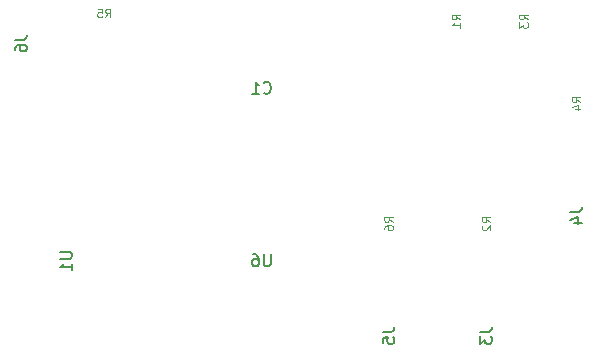
<source format=gbr>
%TF.GenerationSoftware,KiCad,Pcbnew,(6.0.11)*%
%TF.CreationDate,2024-07-28T13:45:38-05:00*%
%TF.ProjectId,iecprinter,69656370-7269-46e7-9465-722e6b696361,rev?*%
%TF.SameCoordinates,Original*%
%TF.FileFunction,Legend,Bot*%
%TF.FilePolarity,Positive*%
%FSLAX46Y46*%
G04 Gerber Fmt 4.6, Leading zero omitted, Abs format (unit mm)*
G04 Created by KiCad (PCBNEW (6.0.11)) date 2024-07-28 13:45:38*
%MOMM*%
%LPD*%
G01*
G04 APERTURE LIST*
%ADD10C,0.108000*%
%ADD11C,0.150000*%
G04 APERTURE END LIST*
D10*
%TO.C,R6*%
X171140714Y-85605000D02*
X170797857Y-85365000D01*
X171140714Y-85193571D02*
X170420714Y-85193571D01*
X170420714Y-85467857D01*
X170455000Y-85536428D01*
X170489285Y-85570714D01*
X170557857Y-85605000D01*
X170660714Y-85605000D01*
X170729285Y-85570714D01*
X170763571Y-85536428D01*
X170797857Y-85467857D01*
X170797857Y-85193571D01*
X170420714Y-86222142D02*
X170420714Y-86085000D01*
X170455000Y-86016428D01*
X170489285Y-85982142D01*
X170592142Y-85913571D01*
X170729285Y-85879285D01*
X171003571Y-85879285D01*
X171072142Y-85913571D01*
X171106428Y-85947857D01*
X171140714Y-86016428D01*
X171140714Y-86153571D01*
X171106428Y-86222142D01*
X171072142Y-86256428D01*
X171003571Y-86290714D01*
X170832142Y-86290714D01*
X170763571Y-86256428D01*
X170729285Y-86222142D01*
X170695000Y-86153571D01*
X170695000Y-86016428D01*
X170729285Y-85947857D01*
X170763571Y-85913571D01*
X170832142Y-85879285D01*
%TO.C,R5*%
X146805000Y-68270714D02*
X147045000Y-67927857D01*
X147216428Y-68270714D02*
X147216428Y-67550714D01*
X146942142Y-67550714D01*
X146873571Y-67585000D01*
X146839285Y-67619285D01*
X146805000Y-67687857D01*
X146805000Y-67790714D01*
X146839285Y-67859285D01*
X146873571Y-67893571D01*
X146942142Y-67927857D01*
X147216428Y-67927857D01*
X146153571Y-67550714D02*
X146496428Y-67550714D01*
X146530714Y-67893571D01*
X146496428Y-67859285D01*
X146427857Y-67825000D01*
X146256428Y-67825000D01*
X146187857Y-67859285D01*
X146153571Y-67893571D01*
X146119285Y-67962142D01*
X146119285Y-68133571D01*
X146153571Y-68202142D01*
X146187857Y-68236428D01*
X146256428Y-68270714D01*
X146427857Y-68270714D01*
X146496428Y-68236428D01*
X146530714Y-68202142D01*
%TO.C,R4*%
X187015714Y-75445000D02*
X186672857Y-75205000D01*
X187015714Y-75033571D02*
X186295714Y-75033571D01*
X186295714Y-75307857D01*
X186330000Y-75376428D01*
X186364285Y-75410714D01*
X186432857Y-75445000D01*
X186535714Y-75445000D01*
X186604285Y-75410714D01*
X186638571Y-75376428D01*
X186672857Y-75307857D01*
X186672857Y-75033571D01*
X186535714Y-76062142D02*
X187015714Y-76062142D01*
X186261428Y-75890714D02*
X186775714Y-75719285D01*
X186775714Y-76165000D01*
D11*
%TO.C,J6*%
X139152380Y-70166666D02*
X139866666Y-70166666D01*
X140009523Y-70119047D01*
X140104761Y-70023809D01*
X140152380Y-69880952D01*
X140152380Y-69785714D01*
X139152380Y-71071428D02*
X139152380Y-70880952D01*
X139200000Y-70785714D01*
X139247619Y-70738095D01*
X139390476Y-70642857D01*
X139580952Y-70595238D01*
X139961904Y-70595238D01*
X140057142Y-70642857D01*
X140104761Y-70690476D01*
X140152380Y-70785714D01*
X140152380Y-70976190D01*
X140104761Y-71071428D01*
X140057142Y-71119047D01*
X139961904Y-71166666D01*
X139723809Y-71166666D01*
X139628571Y-71119047D01*
X139580952Y-71071428D01*
X139533333Y-70976190D01*
X139533333Y-70785714D01*
X139580952Y-70690476D01*
X139628571Y-70642857D01*
X139723809Y-70595238D01*
%TO.C,J5*%
X170267380Y-94911666D02*
X170981666Y-94911666D01*
X171124523Y-94864047D01*
X171219761Y-94768809D01*
X171267380Y-94625952D01*
X171267380Y-94530714D01*
X170267380Y-95864047D02*
X170267380Y-95387857D01*
X170743571Y-95340238D01*
X170695952Y-95387857D01*
X170648333Y-95483095D01*
X170648333Y-95721190D01*
X170695952Y-95816428D01*
X170743571Y-95864047D01*
X170838809Y-95911666D01*
X171076904Y-95911666D01*
X171172142Y-95864047D01*
X171219761Y-95816428D01*
X171267380Y-95721190D01*
X171267380Y-95483095D01*
X171219761Y-95387857D01*
X171172142Y-95340238D01*
%TO.C,J4*%
X186142380Y-84751666D02*
X186856666Y-84751666D01*
X186999523Y-84704047D01*
X187094761Y-84608809D01*
X187142380Y-84465952D01*
X187142380Y-84370714D01*
X186475714Y-85656428D02*
X187142380Y-85656428D01*
X186094761Y-85418333D02*
X186809047Y-85180238D01*
X186809047Y-85799285D01*
%TO.C,J3*%
X178522380Y-94911666D02*
X179236666Y-94911666D01*
X179379523Y-94864047D01*
X179474761Y-94768809D01*
X179522380Y-94625952D01*
X179522380Y-94530714D01*
X178522380Y-95292619D02*
X178522380Y-95911666D01*
X178903333Y-95578333D01*
X178903333Y-95721190D01*
X178950952Y-95816428D01*
X178998571Y-95864047D01*
X179093809Y-95911666D01*
X179331904Y-95911666D01*
X179427142Y-95864047D01*
X179474761Y-95816428D01*
X179522380Y-95721190D01*
X179522380Y-95435476D01*
X179474761Y-95340238D01*
X179427142Y-95292619D01*
%TO.C,C1*%
X160186666Y-74652142D02*
X160234285Y-74699761D01*
X160377142Y-74747380D01*
X160472380Y-74747380D01*
X160615238Y-74699761D01*
X160710476Y-74604523D01*
X160758095Y-74509285D01*
X160805714Y-74318809D01*
X160805714Y-74175952D01*
X160758095Y-73985476D01*
X160710476Y-73890238D01*
X160615238Y-73795000D01*
X160472380Y-73747380D01*
X160377142Y-73747380D01*
X160234285Y-73795000D01*
X160186666Y-73842619D01*
X159234285Y-74747380D02*
X159805714Y-74747380D01*
X159520000Y-74747380D02*
X159520000Y-73747380D01*
X159615238Y-73890238D01*
X159710476Y-73985476D01*
X159805714Y-74033095D01*
%TO.C,U1*%
X142962380Y-88138095D02*
X143771904Y-88138095D01*
X143867142Y-88185714D01*
X143914761Y-88233333D01*
X143962380Y-88328571D01*
X143962380Y-88519047D01*
X143914761Y-88614285D01*
X143867142Y-88661904D01*
X143771904Y-88709523D01*
X142962380Y-88709523D01*
X143962380Y-89709523D02*
X143962380Y-89138095D01*
X143962380Y-89423809D02*
X142962380Y-89423809D01*
X143105238Y-89328571D01*
X143200476Y-89233333D01*
X143248095Y-89138095D01*
D10*
%TO.C,R1*%
X176855714Y-68460000D02*
X176512857Y-68220000D01*
X176855714Y-68048571D02*
X176135714Y-68048571D01*
X176135714Y-68322857D01*
X176170000Y-68391428D01*
X176204285Y-68425714D01*
X176272857Y-68460000D01*
X176375714Y-68460000D01*
X176444285Y-68425714D01*
X176478571Y-68391428D01*
X176512857Y-68322857D01*
X176512857Y-68048571D01*
X176855714Y-69145714D02*
X176855714Y-68734285D01*
X176855714Y-68940000D02*
X176135714Y-68940000D01*
X176238571Y-68871428D01*
X176307142Y-68802857D01*
X176341428Y-68734285D01*
%TO.C,R3*%
X182570714Y-68460000D02*
X182227857Y-68220000D01*
X182570714Y-68048571D02*
X181850714Y-68048571D01*
X181850714Y-68322857D01*
X181885000Y-68391428D01*
X181919285Y-68425714D01*
X181987857Y-68460000D01*
X182090714Y-68460000D01*
X182159285Y-68425714D01*
X182193571Y-68391428D01*
X182227857Y-68322857D01*
X182227857Y-68048571D01*
X181850714Y-68700000D02*
X181850714Y-69145714D01*
X182125000Y-68905714D01*
X182125000Y-69008571D01*
X182159285Y-69077142D01*
X182193571Y-69111428D01*
X182262142Y-69145714D01*
X182433571Y-69145714D01*
X182502142Y-69111428D01*
X182536428Y-69077142D01*
X182570714Y-69008571D01*
X182570714Y-68802857D01*
X182536428Y-68734285D01*
X182502142Y-68700000D01*
D11*
%TO.C,U6*%
X160781904Y-88352380D02*
X160781904Y-89161904D01*
X160734285Y-89257142D01*
X160686666Y-89304761D01*
X160591428Y-89352380D01*
X160400952Y-89352380D01*
X160305714Y-89304761D01*
X160258095Y-89257142D01*
X160210476Y-89161904D01*
X160210476Y-88352380D01*
X159305714Y-88352380D02*
X159496190Y-88352380D01*
X159591428Y-88400000D01*
X159639047Y-88447619D01*
X159734285Y-88590476D01*
X159781904Y-88780952D01*
X159781904Y-89161904D01*
X159734285Y-89257142D01*
X159686666Y-89304761D01*
X159591428Y-89352380D01*
X159400952Y-89352380D01*
X159305714Y-89304761D01*
X159258095Y-89257142D01*
X159210476Y-89161904D01*
X159210476Y-88923809D01*
X159258095Y-88828571D01*
X159305714Y-88780952D01*
X159400952Y-88733333D01*
X159591428Y-88733333D01*
X159686666Y-88780952D01*
X159734285Y-88828571D01*
X159781904Y-88923809D01*
D10*
%TO.C,R2*%
X179395714Y-85605000D02*
X179052857Y-85365000D01*
X179395714Y-85193571D02*
X178675714Y-85193571D01*
X178675714Y-85467857D01*
X178710000Y-85536428D01*
X178744285Y-85570714D01*
X178812857Y-85605000D01*
X178915714Y-85605000D01*
X178984285Y-85570714D01*
X179018571Y-85536428D01*
X179052857Y-85467857D01*
X179052857Y-85193571D01*
X178744285Y-85879285D02*
X178710000Y-85913571D01*
X178675714Y-85982142D01*
X178675714Y-86153571D01*
X178710000Y-86222142D01*
X178744285Y-86256428D01*
X178812857Y-86290714D01*
X178881428Y-86290714D01*
X178984285Y-86256428D01*
X179395714Y-85845000D01*
X179395714Y-86290714D01*
%TD*%
M02*

</source>
